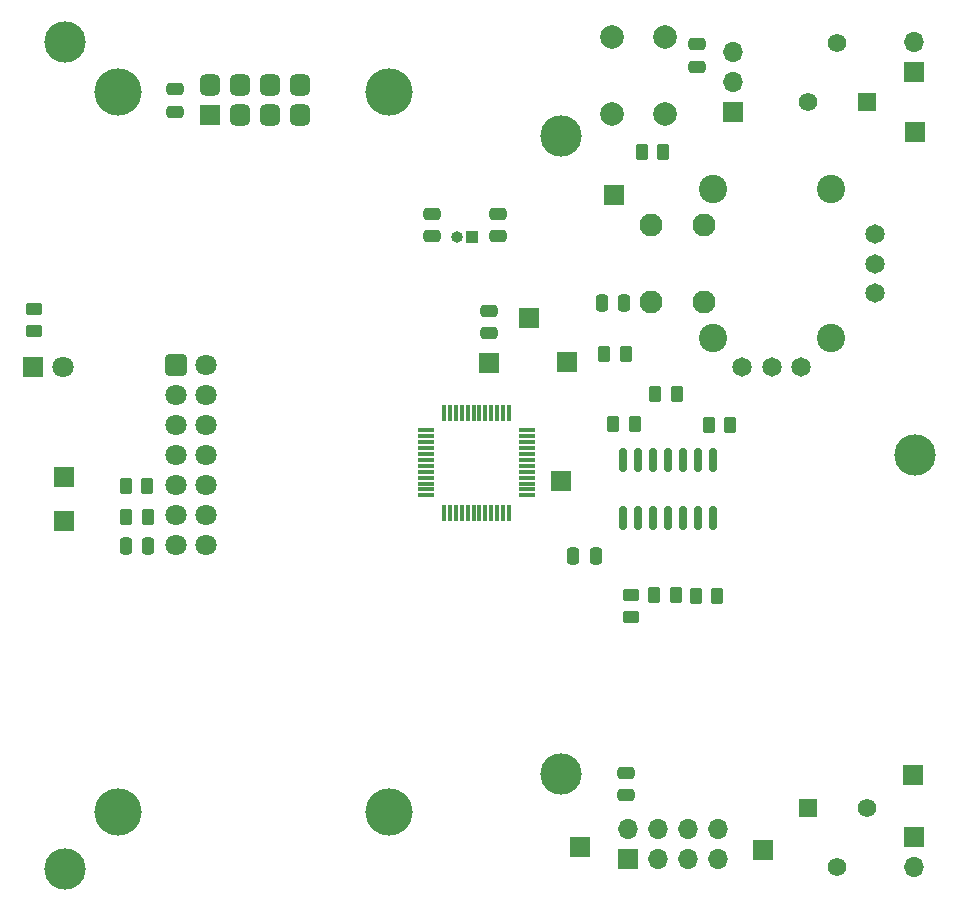
<source format=gbr>
%TF.GenerationSoftware,KiCad,Pcbnew,7.0.10*%
%TF.CreationDate,2025-03-18T10:51:51+01:00*%
%TF.ProjectId,maqueen,6d617175-6565-46e2-9e6b-696361645f70,rev?*%
%TF.SameCoordinates,Original*%
%TF.FileFunction,Legend,Bot*%
%TF.FilePolarity,Positive*%
%FSLAX46Y46*%
G04 Gerber Fmt 4.6, Leading zero omitted, Abs format (unit mm)*
G04 Created by KiCad (PCBNEW 7.0.10) date 2025-03-18 10:51:51*
%MOMM*%
%LPD*%
G01*
G04 APERTURE LIST*
G04 Aperture macros list*
%AMRoundRect*
0 Rectangle with rounded corners*
0 $1 Rounding radius*
0 $2 $3 $4 $5 $6 $7 $8 $9 X,Y pos of 4 corners*
0 Add a 4 corners polygon primitive as box body*
4,1,4,$2,$3,$4,$5,$6,$7,$8,$9,$2,$3,0*
0 Add four circle primitives for the rounded corners*
1,1,$1+$1,$2,$3*
1,1,$1+$1,$4,$5*
1,1,$1+$1,$6,$7*
1,1,$1+$1,$8,$9*
0 Add four rect primitives between the rounded corners*
20,1,$1+$1,$2,$3,$4,$5,0*
20,1,$1+$1,$4,$5,$6,$7,0*
20,1,$1+$1,$6,$7,$8,$9,0*
20,1,$1+$1,$8,$9,$2,$3,0*%
G04 Aperture macros list end*
%ADD10RoundRect,0.250000X-0.650000X0.650000X-0.650000X-0.650000X0.650000X-0.650000X0.650000X0.650000X0*%
%ADD11C,1.800000*%
%ADD12C,3.500000*%
%ADD13R,1.700000X1.700000*%
%ADD14C,1.650000*%
%ADD15C,1.950000*%
%ADD16C,2.400000*%
%ADD17O,1.700000X1.700000*%
%ADD18RoundRect,0.250000X0.250000X0.475000X-0.250000X0.475000X-0.250000X-0.475000X0.250000X-0.475000X0*%
%ADD19RoundRect,0.250000X-0.262500X-0.450000X0.262500X-0.450000X0.262500X0.450000X-0.262500X0.450000X0*%
%ADD20RoundRect,0.250000X0.475000X-0.250000X0.475000X0.250000X-0.475000X0.250000X-0.475000X-0.250000X0*%
%ADD21R,1.700000X1.800000*%
%ADD22RoundRect,0.425000X0.425000X-0.475000X0.425000X0.475000X-0.425000X0.475000X-0.425000X-0.475000X0*%
%ADD23C,4.000000*%
%ADD24C,2.000000*%
%ADD25RoundRect,0.250000X0.262500X0.450000X-0.262500X0.450000X-0.262500X-0.450000X0.262500X-0.450000X0*%
%ADD26RoundRect,0.250000X-0.250000X-0.475000X0.250000X-0.475000X0.250000X0.475000X-0.250000X0.475000X0*%
%ADD27R,1.560000X1.560000*%
%ADD28C,1.560000*%
%ADD29RoundRect,0.250000X0.450000X-0.262500X0.450000X0.262500X-0.450000X0.262500X-0.450000X-0.262500X0*%
%ADD30R,1.800000X1.800000*%
%ADD31RoundRect,0.250000X-0.475000X0.250000X-0.475000X-0.250000X0.475000X-0.250000X0.475000X0.250000X0*%
%ADD32RoundRect,0.150000X0.150000X-0.825000X0.150000X0.825000X-0.150000X0.825000X-0.150000X-0.825000X0*%
%ADD33R,1.000000X1.000000*%
%ADD34O,1.000000X1.000000*%
%ADD35R,0.300000X1.475000*%
%ADD36R,1.475000X0.300000*%
G04 APERTURE END LIST*
D10*
%TO.C,J1*%
X124540000Y-92300000D03*
D11*
X127080000Y-92300000D03*
X124540000Y-94840000D03*
X127080000Y-94840000D03*
X124540000Y-97380000D03*
X127080000Y-97380000D03*
X124540000Y-99920000D03*
X127080000Y-99920000D03*
X124540000Y-102460000D03*
X127080000Y-102460000D03*
X124540000Y-105000000D03*
X127080000Y-105000000D03*
X124540000Y-107540000D03*
X127080000Y-107540000D03*
D12*
X187080000Y-99920000D03*
X157080000Y-126920000D03*
X157080000Y-72920000D03*
X115080000Y-134920000D03*
X115080000Y-64920000D03*
%TD*%
D13*
%TO.C,SMCLK1*%
X157110000Y-102090000D03*
%TD*%
%TO.C,RST_TDO/TDI1*%
X161590000Y-77920000D03*
%TD*%
D14*
%TO.C,S1*%
X183690000Y-86190000D03*
X183690000Y-83690000D03*
X183690000Y-81190000D03*
X172460000Y-92420000D03*
X174960000Y-92420000D03*
X177460000Y-92420000D03*
D15*
X169210000Y-80440000D03*
X169210000Y-86940000D03*
X164710000Y-80440000D03*
X164710000Y-86940000D03*
D16*
X179960000Y-90015000D03*
X179960000Y-77365000D03*
X169960000Y-77365000D03*
X169960000Y-90015000D03*
%TD*%
D13*
%TO.C,UART_RX1*%
X174244000Y-133350000D03*
%TD*%
%TO.C,SCL_I2C1*%
X115040000Y-101760000D03*
%TD*%
%TO.C,R4*%
X187000000Y-67500000D03*
D17*
X187000000Y-64960000D03*
%TD*%
D18*
%TO.C,C7*%
X160050000Y-108420000D03*
X158150000Y-108420000D03*
%TD*%
D19*
%TO.C,R8*%
X168530000Y-111800000D03*
X170355000Y-111800000D03*
%TD*%
%TO.C,R5*%
X164990000Y-111790000D03*
X166815000Y-111790000D03*
%TD*%
D20*
%TO.C,C4*%
X162650000Y-128710000D03*
X162650000Y-126810000D03*
%TD*%
D13*
%TO.C,J2*%
X162814000Y-134112000D03*
D17*
X162814000Y-131572000D03*
X165354000Y-134112000D03*
X165354000Y-131572000D03*
X167894000Y-134112000D03*
X167894000Y-131572000D03*
X170434000Y-134112000D03*
X170434000Y-131572000D03*
%TD*%
D13*
%TO.C,ACLK1*%
X157640000Y-92060000D03*
%TD*%
D21*
%TO.C,LCD1*%
X127380000Y-71155000D03*
D22*
X127380000Y-68615000D03*
X129920000Y-71155000D03*
X129920000Y-68615000D03*
X132460000Y-71155000D03*
X132460000Y-68615000D03*
X135000000Y-71155000D03*
X135000000Y-68615000D03*
D23*
X142590000Y-69130000D03*
X142590000Y-130130000D03*
X119590000Y-130130000D03*
X119590000Y-69130000D03*
%TD*%
D13*
%TO.C,LDR2*%
X187060000Y-72530000D03*
%TD*%
D20*
%TO.C,C5*%
X124470000Y-70830000D03*
X124470000Y-68930000D03*
%TD*%
D24*
%TO.C,SW1*%
X161400000Y-71010000D03*
X161400000Y-64510000D03*
X165900000Y-71010000D03*
X165900000Y-64510000D03*
%TD*%
D25*
%TO.C,R13*%
X162602500Y-91330000D03*
X160777500Y-91330000D03*
%TD*%
D13*
%TO.C,uC_VCC1*%
X151010000Y-92140000D03*
%TD*%
D20*
%TO.C,C2*%
X151010000Y-89570000D03*
X151010000Y-87670000D03*
%TD*%
D13*
%TO.C,uC_GND1*%
X154370000Y-88260000D03*
%TD*%
D19*
%TO.C,R2*%
X120317500Y-105140000D03*
X122142500Y-105140000D03*
%TD*%
D13*
%TO.C,LDR1*%
X186940000Y-127000000D03*
%TD*%
D26*
%TO.C,C1*%
X160570000Y-87030000D03*
X162470000Y-87030000D03*
%TD*%
D19*
%TO.C,R11*%
X163937500Y-74250000D03*
X165762500Y-74250000D03*
%TD*%
D27*
%TO.C,RV2*%
X183000000Y-70000000D03*
D28*
X180500000Y-65000000D03*
X178000000Y-70000000D03*
%TD*%
D25*
%TO.C,R6*%
X166932500Y-94710000D03*
X165107500Y-94710000D03*
%TD*%
D13*
%TO.C,J3*%
X171650000Y-70840000D03*
D17*
X171650000Y-68300000D03*
X171650000Y-65760000D03*
%TD*%
D29*
%TO.C,R9*%
X163062500Y-113612500D03*
X163062500Y-111787500D03*
%TD*%
D30*
%TO.C,D1*%
X112450000Y-92420000D03*
D11*
X114990000Y-92420000D03*
%TD*%
D29*
%TO.C,R12*%
X112470000Y-89382500D03*
X112470000Y-87557500D03*
%TD*%
D13*
%TO.C,R1*%
X187000000Y-132225000D03*
D17*
X187000000Y-134765000D03*
%TD*%
D31*
%TO.C,C9*%
X168640000Y-65130000D03*
X168640000Y-67030000D03*
%TD*%
D32*
%TO.C,U1*%
X162370000Y-105275000D03*
X163640000Y-105275000D03*
X164910000Y-105275000D03*
X166180000Y-105275000D03*
X167450000Y-105275000D03*
X168720000Y-105275000D03*
X169990000Y-105275000D03*
X169990000Y-100325000D03*
X168720000Y-100325000D03*
X167450000Y-100325000D03*
X166180000Y-100325000D03*
X164910000Y-100325000D03*
X163640000Y-100325000D03*
X162370000Y-100325000D03*
%TD*%
D25*
%TO.C,R7*%
X171452500Y-97390000D03*
X169627500Y-97390000D03*
%TD*%
D13*
%TO.C,UART_TX1*%
X158750000Y-133096000D03*
%TD*%
D19*
%TO.C,R10*%
X161557500Y-97310000D03*
X163382500Y-97310000D03*
%TD*%
D27*
%TO.C,RV1*%
X178000000Y-129760000D03*
D28*
X180500000Y-134760000D03*
X183000000Y-129760000D03*
%TD*%
D19*
%TO.C,R3*%
X120267500Y-102510000D03*
X122092500Y-102510000D03*
%TD*%
D26*
%TO.C,C3*%
X120290000Y-107610000D03*
X122190000Y-107610000D03*
%TD*%
D13*
%TO.C,SDA_I2C1*%
X115020000Y-105500000D03*
%TD*%
D20*
%TO.C,Cload2*%
X146185000Y-81360000D03*
X146185000Y-79460000D03*
%TD*%
%TO.C,Cload1*%
X151745000Y-81360000D03*
X151745000Y-79460000D03*
%TD*%
D33*
%TO.C,Y1*%
X149615000Y-81420000D03*
D34*
X148345000Y-81420000D03*
%TD*%
D35*
%TO.C,IC1*%
X152710000Y-96332000D03*
X152210000Y-96332000D03*
X151710000Y-96332000D03*
X151210000Y-96332000D03*
X150710000Y-96332000D03*
X150210000Y-96332000D03*
X149710000Y-96332000D03*
X149210000Y-96332000D03*
X148710000Y-96332000D03*
X148210000Y-96332000D03*
X147710000Y-96332000D03*
X147210000Y-96332000D03*
D36*
X145722000Y-97820000D03*
X145722000Y-98320000D03*
X145722000Y-98820000D03*
X145722000Y-99320000D03*
X145722000Y-99820000D03*
X145722000Y-100320000D03*
X145722000Y-100820000D03*
X145722000Y-101320000D03*
X145722000Y-101820000D03*
X145722000Y-102320000D03*
X145722000Y-102820000D03*
X145722000Y-103320000D03*
D35*
X147210000Y-104808000D03*
X147710000Y-104808000D03*
X148210000Y-104808000D03*
X148710000Y-104808000D03*
X149210000Y-104808000D03*
X149710000Y-104808000D03*
X150210000Y-104808000D03*
X150710000Y-104808000D03*
X151210000Y-104808000D03*
X151710000Y-104808000D03*
X152210000Y-104808000D03*
X152710000Y-104808000D03*
D36*
X154198000Y-103320000D03*
X154198000Y-102820000D03*
X154198000Y-102320000D03*
X154198000Y-101820000D03*
X154198000Y-101320000D03*
X154198000Y-100820000D03*
X154198000Y-100320000D03*
X154198000Y-99820000D03*
X154198000Y-99320000D03*
X154198000Y-98820000D03*
X154198000Y-98320000D03*
X154198000Y-97820000D03*
%TD*%
M02*

</source>
